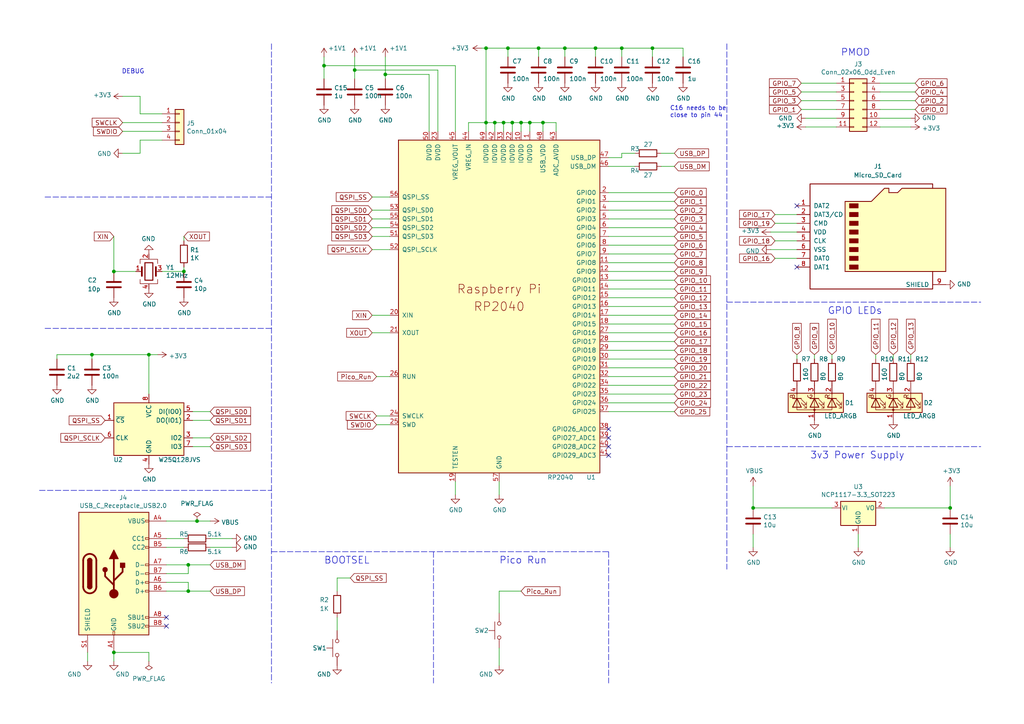
<source format=kicad_sch>
(kicad_sch (version 20211123) (generator eeschema)
  (paper "A4")
  (title_block (title "PMOD for Raspberry Pi RP2040") (date "2021-11-30") (rev "v0.1") (company "James Horton") (comment 1 "with an RP2040 Microcontroller.") (comment 2 "This board is designed for allowing the use of PMod modules") (comment 4 "Licensed Under CERN Open Hardware Licence Version 2 - Permissive"))
  (lib_symbols
    (symbol "Connector:Micro_SD_Card" (pin_names (offset 1.016))
      (property "Reference" "J" (at -16.51 15.24 0))
      (property "Value" "Micro_SD_Card" (at 16.51 15.24 0))
      (symbol "Micro_SD_Card_1_1"
        (pin bidirectional line (at -22.86 7.62 0) (length 3.81) (name "DAT2") (number "1"))
        (pin bidirectional line (at -22.86 5.08 0) (length 3.81) (name "DAT3/CD") (number "2"))
        (pin input line (at -22.86 2.54 0) (length 3.81) (name "CMD") (number "3"))
        (pin power_in line (at -22.86 0 0) (length 3.81) (name "VDD") (number "4"))
        (pin input line (at -22.86 -2.54 0) (length 3.81) (name "CLK") (number "5"))
        (pin power_in line (at -22.86 -5.08 0) (length 3.81) (name "VSS") (number "6"))
        (pin bidirectional line (at -22.86 -7.62 0) (length 3.81) (name "DAT0") (number "7"))
        (pin bidirectional line (at -22.86 -10.16 0) (length 3.81) (name "DAT1") (number "8"))
        (pin passive line (at 20.32 -15.24 180) (length 3.81) (name "SHIELD") (number "9"))
      )
    )
    (symbol "Connector:USB_C_Receptacle_USB2.0" (pin_names (offset 1.016))
      (property "Reference" "J" (at -10.16 19.05 0))
      (property "Value" "USB_C_Receptacle_USB2.0" (at 19.05 19.05 0))
      (symbol "USB_C_Receptacle_USB2.0_1_1"
        (pin passive line (at 0 -22.86 90) (length 5.08) (name "GND") (number "A1"))
        (pin passive line (at 0 -22.86 90) (length 5.08) hide (name "GND") (number "A12"))
        (pin passive line (at 15.24 15.24 180) (length 5.08) (name "VBUS") (number "A4"))
        (pin bidirectional line (at 15.24 10.16 180) (length 5.08) (name "CC1") (number "A5"))
        (pin bidirectional line (at 15.24 -2.54 180) (length 5.08) (name "D+") (number "A6"))
        (pin bidirectional line (at 15.24 2.54 180) (length 5.08) (name "D-") (number "A7"))
        (pin bidirectional line (at 15.24 -12.7 180) (length 5.08) (name "SBU1") (number "A8"))
        (pin passive line (at 15.24 15.24 180) (length 5.08) hide (name "VBUS") (number "A9"))
        (pin passive line (at 0 -22.86 90) (length 5.08) hide (name "GND") (number "B1"))
        (pin passive line (at 0 -22.86 90) (length 5.08) hide (name "GND") (number "B12"))
        (pin passive line (at 15.24 15.24 180) (length 5.08) hide (name "VBUS") (number "B4"))
        (pin bidirectional line (at 15.24 7.62 180) (length 5.08) (name "CC2") (number "B5"))
        (pin bidirectional line (at 15.24 -5.08 180) (length 5.08) (name "D+") (number "B6"))
        (pin bidirectional line (at 15.24 0 180) (length 5.08) (name "D-") (number "B7"))
        (pin bidirectional line (at 15.24 -15.24 180) (length 5.08) (name "SBU2") (number "B8"))
        (pin passive line (at 15.24 15.24 180) (length 5.08) hide (name "VBUS") (number "B9"))
        (pin passive line (at -7.62 -22.86 90) (length 5.08) (name "SHIELD") (number "S1"))
      )
    )
    (symbol "Connector_Generic:Conn_01x04" (pin_names (offset 1.016) hide)
      (property "Reference" "J" (at 0 5.08 0))
      (property "Value" "Conn_01x04" (at 0 -7.62 0))
      (symbol "Conn_01x04_1_1"
        (pin passive line (at -5.08 2.54 0) (length 3.81) (name "Pin_1") (number "1"))
        (pin passive line (at -5.08 0 0) (length 3.81) (name "Pin_2") (number "2"))
        (pin passive line (at -5.08 -2.54 0) (length 3.81) (name "Pin_3") (number "3"))
        (pin passive line (at -5.08 -5.08 0) (length 3.81) (name "Pin_4") (number "4"))
      )
    )
    (symbol "Connector_Generic:Conn_02x06_Odd_Even" (pin_names (offset 1.016) hide)
      (property "Reference" "J" (at 1.27 7.62 0))
      (property "Value" "Conn_02x06_Odd_Even" (at 1.27 -10.16 0))
      (symbol "Conn_02x06_Odd_Even_1_1"
        (pin passive line (at -5.08 5.08 0) (length 3.81) (name "Pin_1") (number "1"))
        (pin passive line (at 7.62 -5.08 180) (length 3.81) (name "Pin_10") (number "10"))
        (pin passive line (at -5.08 -7.62 0) (length 3.81) (name "Pin_11") (number "11"))
        (pin passive line (at 7.62 -7.62 180) (length 3.81) (name "Pin_12") (number "12"))
        (pin passive line (at 7.62 5.08 180) (length 3.81) (name "Pin_2") (number "2"))
        (pin passive line (at -5.08 2.54 0) (length 3.81) (name "Pin_3") (number "3"))
        (pin passive line (at 7.62 2.54 180) (length 3.81) (name "Pin_4") (number "4"))
        (pin passive line (at -5.08 0 0) (length 3.81) (name "Pin_5") (number "5"))
        (pin passive line (at 7.62 0 180) (length 3.81) (name "Pin_6") (number "6"))
        (pin passive line (at -5.08 -2.54 0) (length 3.81) (name "Pin_7") (number "7"))
        (pin passive line (at 7.62 -2.54 180) (length 3.81) (name "Pin_8") (number "8"))
        (pin passive line (at -5.08 -5.08 0) (length 3.81) (name "Pin_9") (number "9"))
      )
    )
    (symbol "Device:C" (pin_numbers hide) (pin_names (offset 0.254))
      (property "Reference" "C" (at 0.635 2.54 0))
      (property "Value" "C" (at 0.635 -2.54 0))
      (symbol "C_1_1"
        (pin passive line (at 0 3.81 270) (length 2.794) (name "~") (number "1"))
        (pin passive line (at 0 -3.81 90) (length 2.794) (name "~") (number "2"))
      )
    )
    (symbol "Device:Crystal_GND24" (pin_names (offset 1.016) hide)
      (property "Reference" "Y" (at 3.175 5.08 0))
      (property "Value" "Crystal_GND24" (at 3.175 3.175 0))
      (symbol "Crystal_GND24_1_1"
        (pin passive line (at -3.81 0 0) (length 1.27) (name "1") (number "1"))
        (pin passive line (at 0 5.08 270) (length 1.27) (name "2") (number "2"))
        (pin passive line (at 3.81 0 180) (length 1.27) (name "3") (number "3"))
        (pin passive line (at 0 -5.08 90) (length 1.27) (name "4") (number "4"))
      )
    )
    (symbol "Device:LED_ARGB" (pin_names (offset 0) hide)
      (property "Reference" "D" (at 0 9.398 0))
      (property "Value" "LED_ARGB" (at 0 -8.89 0))
      (symbol "LED_ARGB_0_0"
        (text "B" (at -1.905 -6.35 0) (effects (font (size 1.27 1.27))))
        (text "G" (at -1.905 -1.27 0) (effects (font (size 1.27 1.27))))
        (text "R" (at -1.905 3.81 0) (effects (font (size 1.27 1.27))))
      )
      (symbol "LED_ARGB_1_1"
        (pin passive line (at 5.08 0 180) (length 2.54) (name "A") (number "1"))
        (pin passive line (at -5.08 5.08 0) (length 2.54) (name "RK") (number "2"))
        (pin passive line (at -5.08 0 0) (length 2.54) (name "GK") (number "3"))
        (pin passive line (at -5.08 -5.08 0) (length 2.54) (name "BK") (number "4"))
      )
    )
    (symbol "Device:R" (pin_numbers hide) (pin_names (offset 0))
      (property "Reference" "R" (at 2.032 0 90))
      (property "Value" "R" (at 0 0 90))
      (symbol "R_1_1"
        (pin passive line (at 0 3.81 270) (length 1.27) (name "~") (number "1"))
        (pin passive line (at 0 -3.81 90) (length 1.27) (name "~") (number "2"))
      )
    )
    (symbol "GND_1" (power) (pin_names (offset 0))
      (property "Value" "GND_1" (at 0 -3.81 0))
      (symbol "GND_1_1_1"
        (pin power_in line (at 0 0 270) (length 0) hide (name "GND") (number "1"))
      )
    )
    (symbol "Memory_Flash:W25Q128JVS"
      (property "Reference" "U" (at -8.89 8.89 0))
      (property "Value" "W25Q128JVS" (at 7.62 8.89 0))
      (symbol "W25Q128JVS_1_1"
        (pin input line (at -12.7 2.54 0) (length 2.54) (name "~{CS}") (number "1"))
        (pin bidirectional line (at 12.7 2.54 180) (length 2.54) (name "DO(IO1)") (number "2"))
        (pin bidirectional line (at 12.7 -2.54 180) (length 2.54) (name "IO2") (number "3"))
        (pin power_in line (at 0 -10.16 90) (length 2.54) (name "GND") (number "4"))
        (pin bidirectional line (at 12.7 5.08 180) (length 2.54) (name "DI(IO0)") (number "5"))
        (pin input line (at -12.7 -2.54 0) (length 2.54) (name "CLK") (number "6"))
        (pin bidirectional line (at 12.7 -5.08 180) (length 2.54) (name "IO3") (number "7"))
        (pin power_in line (at 0 10.16 270) (length 2.54) (name "VCC") (number "8"))
      )
    )
    (symbol "RaspberryPi:RP2040" (pin_names (offset 1.016))
      (property "Reference" "U" (at -29.21 49.53 0))
      (property "Value" "RaspberryPi_RP2040" (at 24.13 -49.53 0))
      (symbol "RP2040_0_0"
        (text "Raspberry Pi" (at 0 5.08 0) (effects (font (size 2.54 2.54))))
        (text "RP2040" (at 0 0 0) (effects (font (size 2.54 2.54))))
      )
      (symbol "RP2040_1_1"
        (pin power_in line (at 8.89 50.8 270) (length 2.54) (name "IOVDD") (number "1"))
        (pin power_in line (at 6.35 50.8 270) (length 2.54) (name "IOVDD") (number "10"))
        (pin bidirectional line (at 31.75 12.7 180) (length 2.54) (name "GPIO8") (number "11"))
        (pin bidirectional line (at 31.75 10.16 180) (length 2.54) (name "GPIO9") (number "12"))
        (pin bidirectional line (at 31.75 7.62 180) (length 2.54) (name "GPIO10") (number "13"))
        (pin bidirectional line (at 31.75 5.08 180) (length 2.54) (name "GPIO11") (number "14"))
        (pin bidirectional line (at 31.75 2.54 180) (length 2.54) (name "GPIO12") (number "15"))
        (pin bidirectional line (at 31.75 0 180) (length 2.54) (name "GPIO13") (number "16"))
        (pin bidirectional line (at 31.75 -2.54 180) (length 2.54) (name "GPIO14") (number "17"))
        (pin bidirectional line (at 31.75 -5.08 180) (length 2.54) (name "GPIO15") (number "18"))
        (pin passive line (at -12.7 -50.8 90) (length 2.54) (name "TESTEN") (number "19"))
        (pin bidirectional line (at 31.75 33.02 180) (length 2.54) (name "GPIO0") (number "2"))
        (pin input line (at -31.75 -2.54 0) (length 2.54) (name "XIN") (number "20"))
        (pin passive line (at -31.75 -7.62 0) (length 2.54) (name "XOUT") (number "21"))
        (pin power_in line (at 3.81 50.8 270) (length 2.54) (name "IOVDD") (number "22"))
        (pin power_in line (at -17.78 50.8 270) (length 2.54) (name "DVDD") (number "23"))
        (pin output line (at -31.75 -31.75 0) (length 2.54) (name "SWCLK") (number "24"))
        (pin bidirectional line (at -31.75 -34.29 0) (length 2.54) (name "SWD") (number "25"))
        (pin input line (at -31.75 -20.32 0) (length 2.54) (name "RUN") (number "26"))
        (pin bidirectional line (at 31.75 -7.62 180) (length 2.54) (name "GPIO16") (number "27"))
        (pin bidirectional line (at 31.75 -10.16 180) (length 2.54) (name "GPIO17") (number "28"))
        (pin bidirectional line (at 31.75 -12.7 180) (length 2.54) (name "GPIO18") (number "29"))
        (pin bidirectional line (at 31.75 30.48 180) (length 2.54) (name "GPIO1") (number "3"))
        (pin bidirectional line (at 31.75 -15.24 180) (length 2.54) (name "GPIO19") (number "30"))
        (pin bidirectional line (at 31.75 -17.78 180) (length 2.54) (name "GPIO20") (number "31"))
        (pin bidirectional line (at 31.75 -20.32 180) (length 2.54) (name "GPIO21") (number "32"))
        (pin power_in line (at 1.27 50.8 270) (length 2.54) (name "IOVDD") (number "33"))
        (pin bidirectional line (at 31.75 -22.86 180) (length 2.54) (name "GPIO22") (number "34"))
        (pin bidirectional line (at 31.75 -25.4 180) (length 2.54) (name "GPIO23") (number "35"))
        (pin bidirectional line (at 31.75 -27.94 180) (length 2.54) (name "GPIO24") (number "36"))
        (pin bidirectional line (at 31.75 -30.48 180) (length 2.54) (name "GPIO25") (number "37"))
        (pin bidirectional line (at 31.75 -35.56 180) (length 2.54) (name "GPIO26_ADC0") (number "38"))
        (pin bidirectional line (at 31.75 -38.1 180) (length 2.54) (name "GPIO27_ADC1") (number "39"))
        (pin bidirectional line (at 31.75 27.94 180) (length 2.54) (name "GPIO2") (number "4"))
        (pin bidirectional line (at 31.75 -40.64 180) (length 2.54) (name "GPIO28_ADC2") (number "40"))
        (pin bidirectional line (at 31.75 -43.18 180) (length 2.54) (name "GPIO29_ADC3") (number "41"))
        (pin power_in line (at -1.27 50.8 270) (length 2.54) (name "IOVDD") (number "42"))
        (pin power_in line (at 16.51 50.8 270) (length 2.54) (name "ADC_AVDD") (number "43"))
        (pin power_in line (at -8.89 50.8 270) (length 2.54) (name "VREG_IN") (number "44"))
        (pin power_out line (at -12.7 50.8 270) (length 2.54) (name "VREG_VOUT") (number "45"))
        (pin bidirectional line (at 31.75 40.64 180) (length 2.54) (name "USB_DM") (number "46"))
        (pin bidirectional line (at 31.75 43.18 180) (length 2.54) (name "USB_DP") (number "47"))
        (pin power_in line (at 12.7 50.8 270) (length 2.54) (name "USB_VDD") (number "48"))
        (pin power_in line (at -3.81 50.8 270) (length 2.54) (name "IOVDD") (number "49"))
        (pin bidirectional line (at 31.75 25.4 180) (length 2.54) (name "GPIO3") (number "5"))
        (pin power_in line (at -20.32 50.8 270) (length 2.54) (name "DVDD") (number "50"))
        (pin bidirectional line (at -31.75 20.32 0) (length 2.54) (name "QSPI_SD3") (number "51"))
        (pin output line (at -31.75 16.51 0) (length 2.54) (name "QSPI_SCLK") (number "52"))
        (pin bidirectional line (at -31.75 27.94 0) (length 2.54) (name "QSPI_SD0") (number "53"))
        (pin bidirectional line (at -31.75 22.86 0) (length 2.54) (name "QSPI_SD2") (number "54"))
        (pin bidirectional line (at -31.75 25.4 0) (length 2.54) (name "QSPI_SD1") (number "55"))
        (pin bidirectional line (at -31.75 31.75 0) (length 2.54) (name "QSPI_SS") (number "56"))
        (pin power_in line (at 0 -50.8 90) (length 2.54) (name "GND") (number "57"))
        (pin bidirectional line (at 31.75 22.86 180) (length 2.54) (name "GPIO4") (number "6"))
        (pin bidirectional line (at 31.75 20.32 180) (length 2.54) (name "GPIO5") (number "7"))
        (pin bidirectional line (at 31.75 17.78 180) (length 2.54) (name "GPIO6") (number "8"))
        (pin bidirectional line (at 31.75 15.24 180) (length 2.54) (name "GPIO7") (number "9"))
      )
    )
    (symbol "Regulator_Linear:NCP1117-3.3_SOT223" (pin_names (offset 0.254))
      (property "Reference" "U" (at -3.81 3.175 0))
      (property "Value" "NCP1117-3.3_SOT223" (at 0 3.175 0))
      (symbol "NCP1117-3.3_SOT223_1_1"
        (pin power_in line (at 0 -7.62 90) (length 2.54) (name "GND") (number "1"))
        (pin power_out line (at 7.62 0 180) (length 2.54) (name "VO") (number "2"))
        (pin power_in line (at -7.62 0 0) (length 2.54) (name "VI") (number "3"))
      )
    )
    (symbol "Switch:SW_Push" (pin_numbers hide) (pin_names (offset 1.016) hide)
      (property "Reference" "SW" (at 1.27 2.54 0))
      (property "Value" "SW_Push" (at 0 -1.524 0))
      (symbol "SW_Push_0_1"
        (pin passive line (at -5.08 0 0) (length 2.54) (name "1") (number "1"))
        (pin passive line (at 5.08 0 180) (length 2.54) (name "2") (number "2"))
      )
    )
    (symbol "power:+1V1" (power) (pin_names (offset 0))
      (property "Value" "+1V1" (at 0 3.556 0))
      (symbol "+1V1_1_1"
        (pin power_in line (at 0 0 90) (length 0) hide (name "+1V1") (number "1"))
      )
    )
    (symbol "power:+3V3" (power) (pin_names (offset 0))
      (property "Value" "+3V3" (at 0 3.556 0))
      (symbol "+3V3_1_1"
        (pin power_in line (at 0 0 90) (length 0) hide (name "+3V3") (number "1"))
      )
    )
    (symbol "power:GND" (power) (pin_names (offset 0))
      (property "Value" "GND" (at 0 -3.81 0))
      (symbol "GND_1_1"
        (pin power_in line (at 0 0 270) (length 0) hide (name "GND") (number "1"))
      )
    )
    (symbol "power:PWR_FLAG" (power) (pin_numbers hide) (pin_names (offset 0) hide)
      (property "Value" "PWR_FLAG" (at 0 3.81 0))
      (symbol "PWR_FLAG_0_0"
        (pin power_out line (at 0 0 90) (length 0) (name "pwr") (number "1"))
      )
    )
    (symbol "power:VBUS" (power) (pin_names (offset 0))
      (property "Value" "VBUS" (at 0 3.81 0))
      (symbol "VBUS_1_1"
        (pin power_in line (at 0 0 90) (length 0) hide (name "VBUS") (number "1"))
      )
    )
  )
  (junction (at 102.87 20.32))
  (junction (at 157.48 35.56))
  (junction (at 43.18 102.87))
  (junction (at 275.59 147.32))
  (junction (at 180.34 13.97))
  (junction (at 140.97 13.97))
  (junction (at 148.59 35.56))
  (junction (at 172.72 13.97))
  (junction (at 218.44 147.32))
  (junction (at 146.05 35.56))
  (junction (at 54.61 171.45))
  (junction (at 53.34 78.74))
  (junction (at 143.51 35.56))
  (junction (at 33.02 78.74))
  (junction (at 57.15 151.13))
  (junction (at 26.67 102.87))
  (junction (at 140.97 35.56))
  (junction (at 156.21 13.97))
  (junction (at 189.23 13.97))
  (junction (at 151.13 35.56))
  (junction (at 147.32 13.97))
  (junction (at 111.76 21.59))
  (junction (at 153.67 35.56))
  (junction (at 163.83 13.97))
  (junction (at 54.61 163.83))
  (junction (at 93.98 19.05))
  (junction (at 33.02 189.23))
  (no_connect (at 231.14 77.47))
  (no_connect (at 176.53 132.08))
  (no_connect (at 176.53 129.54))
  (no_connect (at 48.26 179.07))
  (no_connect (at 231.14 59.69))
  (no_connect (at 48.26 181.61))
  (no_connect (at 176.53 127))
  (no_connect (at 176.53 124.46))
  (wire (pts (xy 242.57 24.13) (xy 232.41 24.13)))
  (wire (pts (xy 48.26 151.13) (xy 57.15 151.13)))
  (wire (pts (xy 35.56 35.56) (xy 46.99 35.56)))
  (wire (pts (xy 163.83 16.51) (xy 163.83 13.97)))
  (wire (pts (xy 259.08 102.87) (xy 259.08 104.14)))
  (wire (pts (xy 148.59 35.56) (xy 146.05 35.56)))
  (wire (pts (xy 275.59 140.97) (xy 275.59 147.32)))
  (wire (pts (xy 111.76 22.86) (xy 111.76 21.59)))
  (wire (pts (xy 157.48 38.1) (xy 157.48 35.56)))
  (wire (pts (xy 224.79 74.93) (xy 231.14 74.93)))
  (wire (pts (xy 195.58 68.58) (xy 176.53 68.58)))
  (wire (pts (xy 33.02 191.77) (xy 33.02 189.23)))
  (wire (pts (xy 153.67 35.56) (xy 151.13 35.56)))
  (wire (pts (xy 54.61 168.91) (xy 54.61 171.45)))
  (wire (pts (xy 195.58 81.28) (xy 176.53 81.28)))
  (wire (pts (xy 231.14 102.87) (xy 231.14 104.14)))
  (wire (pts (xy 113.03 57.15) (xy 107.95 57.15)))
  (wire (pts (xy 132.08 139.7) (xy 132.08 143.51)))
  (wire (pts (xy 195.58 76.2) (xy 176.53 76.2)))
  (wire (pts (xy 135.89 35.56) (xy 140.97 35.56)))
  (wire (pts (xy 195.58 58.42) (xy 176.53 58.42)))
  (wire (pts (xy 46.99 33.02) (xy 40.64 33.02)))
  (polyline (pts (xy 176.53 160.02) (xy 176.53 198.12)))
  (wire (pts (xy 161.29 35.56) (xy 157.48 35.56)))
  (wire (pts (xy 256.54 147.32) (xy 275.59 147.32)))
  (wire (pts (xy 176.53 99.06) (xy 195.58 99.06)))
  (wire (pts (xy 111.76 16.51) (xy 111.76 21.59)))
  (wire (pts (xy 176.53 55.88) (xy 195.58 55.88)))
  (wire (pts (xy 176.53 45.72) (xy 180.34 45.72)))
  (polyline (pts (xy 78.74 12.7) (xy 78.74 198.12)))
  (polyline (pts (xy 210.82 12.7) (xy 210.82 165.1)))
  (wire (pts (xy 60.96 171.45) (xy 54.61 171.45)))
  (wire (pts (xy 25.4 191.77) (xy 25.4 189.23)))
  (wire (pts (xy 113.03 63.5) (xy 107.95 63.5)))
  (wire (pts (xy 195.58 44.45) (xy 191.77 44.45)))
  (wire (pts (xy 176.53 66.04) (xy 195.58 66.04)))
  (wire (pts (xy 45.72 102.87) (xy 43.18 102.87)))
  (wire (pts (xy 147.32 16.51) (xy 147.32 13.97)))
  (wire (pts (xy 139.7 13.97) (xy 140.97 13.97)))
  (wire (pts (xy 233.68 34.29) (xy 242.57 34.29)))
  (wire (pts (xy 195.58 109.22) (xy 176.53 109.22)))
  (wire (pts (xy 156.21 13.97) (xy 163.83 13.97)))
  (wire (pts (xy 153.67 38.1) (xy 153.67 35.56)))
  (wire (pts (xy 264.16 34.29) (xy 255.27 34.29)))
  (wire (pts (xy 143.51 38.1) (xy 143.51 35.56)))
  (wire (pts (xy 151.13 38.1) (xy 151.13 35.56)))
  (polyline (pts (xy 78.74 95.25) (xy 12.7 95.25)))
  (wire (pts (xy 107.95 66.04) (xy 113.03 66.04)))
  (wire (pts (xy 124.46 21.59) (xy 111.76 21.59)))
  (wire (pts (xy 255.27 29.21) (xy 265.43 29.21)))
  (wire (pts (xy 176.53 114.3) (xy 195.58 114.3)))
  (wire (pts (xy 176.53 104.14) (xy 195.58 104.14)))
  (wire (pts (xy 224.79 69.85) (xy 231.14 69.85)))
  (wire (pts (xy 48.26 163.83) (xy 54.61 163.83)))
  (wire (pts (xy 109.22 109.22) (xy 113.03 109.22)))
  (wire (pts (xy 43.18 102.87) (xy 26.67 102.87)))
  (wire (pts (xy 26.67 102.87) (xy 26.67 104.14)))
  (wire (pts (xy 172.72 13.97) (xy 172.72 16.51)))
  (wire (pts (xy 109.22 120.65) (xy 113.03 120.65)))
  (wire (pts (xy 67.31 156.21) (xy 60.96 156.21)))
  (wire (pts (xy 255.27 31.75) (xy 265.43 31.75)))
  (wire (pts (xy 161.29 38.1) (xy 161.29 35.56)))
  (wire (pts (xy 48.26 166.37) (xy 54.61 166.37)))
  (wire (pts (xy 176.53 83.82) (xy 195.58 83.82)))
  (wire (pts (xy 156.21 13.97) (xy 156.21 16.51)))
  (wire (pts (xy 248.92 158.75) (xy 248.92 154.94)))
  (wire (pts (xy 113.03 123.19) (xy 109.22 123.19)))
  (wire (pts (xy 43.18 189.23) (xy 33.02 189.23)))
  (wire (pts (xy 124.46 38.1) (xy 124.46 21.59)))
  (wire (pts (xy 223.52 67.31) (xy 231.14 67.31)))
  (wire (pts (xy 176.53 73.66) (xy 195.58 73.66)))
  (wire (pts (xy 218.44 147.32) (xy 241.3 147.32)))
  (wire (pts (xy 242.57 29.21) (xy 232.41 29.21)))
  (wire (pts (xy 53.34 68.58) (xy 53.34 69.85)))
  (wire (pts (xy 198.12 16.51) (xy 198.12 13.97)))
  (polyline (pts (xy 78.74 160.02) (xy 176.53 160.02)))
  (wire (pts (xy 223.52 72.39) (xy 231.14 72.39)))
  (wire (pts (xy 93.98 19.05) (xy 132.08 19.05)))
  (wire (pts (xy 46.99 78.74) (xy 53.34 78.74)))
  (wire (pts (xy 53.34 158.75) (xy 48.26 158.75)))
  (polyline (pts (xy 210.82 87.63) (xy 284.48 87.63)))
  (wire (pts (xy 16.51 102.87) (xy 16.51 104.14)))
  (wire (pts (xy 180.34 45.72) (xy 180.34 44.45)))
  (wire (pts (xy 144.78 139.7) (xy 144.78 143.51)))
  (polyline (pts (xy 125.73 160.02) (xy 125.73 198.12)))
  (wire (pts (xy 195.58 101.6) (xy 176.53 101.6)))
  (wire (pts (xy 143.51 35.56) (xy 140.97 35.56)))
  (wire (pts (xy 176.53 88.9) (xy 195.58 88.9)))
  (wire (pts (xy 97.79 167.64) (xy 97.79 171.45)))
  (wire (pts (xy 46.99 38.1) (xy 35.56 38.1)))
  (wire (pts (xy 53.34 77.47) (xy 53.34 78.74)))
  (wire (pts (xy 218.44 140.97) (xy 218.44 147.32)))
  (wire (pts (xy 144.78 193.04) (xy 144.78 187.96)))
  (wire (pts (xy 172.72 13.97) (xy 180.34 13.97)))
  (wire (pts (xy 176.53 106.68) (xy 195.58 106.68)))
  (wire (pts (xy 60.96 127) (xy 55.88 127)))
  (wire (pts (xy 176.53 48.26) (xy 184.15 48.26)))
  (wire (pts (xy 232.41 26.67) (xy 242.57 26.67)))
  (wire (pts (xy 242.57 36.83) (xy 233.68 36.83)))
  (wire (pts (xy 48.26 156.21) (xy 53.34 156.21)))
  (wire (pts (xy 176.53 71.12) (xy 195.58 71.12)))
  (wire (pts (xy 102.87 22.86) (xy 102.87 20.32)))
  (wire (pts (xy 172.72 13.97) (xy 163.83 13.97)))
  (wire (pts (xy 35.56 44.45) (xy 40.64 44.45)))
  (wire (pts (xy 107.95 72.39) (xy 113.03 72.39)))
  (wire (pts (xy 40.64 44.45) (xy 40.64 40.64)))
  (polyline (pts (xy 210.82 129.54) (xy 284.48 129.54)))
  (wire (pts (xy 195.58 86.36) (xy 176.53 86.36)))
  (wire (pts (xy 275.59 154.94) (xy 275.59 158.75)))
  (wire (pts (xy 60.96 121.92) (xy 55.88 121.92)))
  (wire (pts (xy 146.05 35.56) (xy 143.51 35.56)))
  (wire (pts (xy 195.58 119.38) (xy 176.53 119.38)))
  (wire (pts (xy 195.58 91.44) (xy 176.53 91.44)))
  (wire (pts (xy 241.3 102.87) (xy 241.3 104.14)))
  (wire (pts (xy 54.61 171.45) (xy 48.26 171.45)))
  (wire (pts (xy 107.95 96.52) (xy 113.03 96.52)))
  (polyline (pts (xy 11.43 142.24) (xy 78.74 142.24)))
  (wire (pts (xy 107.95 60.96) (xy 113.03 60.96)))
  (wire (pts (xy 97.79 179.07) (xy 97.79 182.88)))
  (wire (pts (xy 55.88 129.54) (xy 60.96 129.54)))
  (wire (pts (xy 33.02 68.58) (xy 33.02 78.74)))
  (wire (pts (xy 54.61 163.83) (xy 60.96 163.83)))
  (wire (pts (xy 43.18 191.77) (xy 43.18 189.23)))
  (wire (pts (xy 127 38.1) (xy 127 20.32)))
  (wire (pts (xy 176.53 78.74) (xy 195.58 78.74)))
  (wire (pts (xy 67.31 158.75) (xy 60.96 158.75)))
  (wire (pts (xy 93.98 22.86) (xy 93.98 19.05)))
  (wire (pts (xy 102.87 16.51) (xy 102.87 20.32)))
  (wire (pts (xy 195.58 111.76) (xy 176.53 111.76)))
  (wire (pts (xy 156.21 13.97) (xy 147.32 13.97)))
  (wire (pts (xy 54.61 166.37) (xy 54.61 163.83)))
  (wire (pts (xy 151.13 35.56) (xy 148.59 35.56)))
  (wire (pts (xy 102.87 20.32) (xy 127 20.32)))
  (polyline (pts (xy 78.74 57.15) (xy 12.7 57.15)))
  (wire (pts (xy 224.79 64.77) (xy 231.14 64.77)))
  (wire (pts (xy 198.12 13.97) (xy 189.23 13.97)))
  (wire (pts (xy 176.53 63.5) (xy 195.58 63.5)))
  (wire (pts (xy 113.03 91.44) (xy 107.95 91.44)))
  (wire (pts (xy 232.41 31.75) (xy 242.57 31.75)))
  (wire (pts (xy 195.58 96.52) (xy 176.53 96.52)))
  (wire (pts (xy 135.89 38.1) (xy 135.89 35.56)))
  (wire (pts (xy 255.27 24.13) (xy 265.43 24.13)))
  (wire (pts (xy 176.53 93.98) (xy 195.58 93.98)))
  (wire (pts (xy 148.59 38.1) (xy 148.59 35.56)))
  (wire (pts (xy 189.23 13.97) (xy 189.23 16.51)))
  (wire (pts (xy 254 102.87) (xy 254 104.14)))
  (wire (pts (xy 146.05 38.1) (xy 146.05 35.56)))
  (wire (pts (xy 26.67 102.87) (xy 16.51 102.87)))
  (wire (pts (xy 176.53 116.84) (xy 195.58 116.84)))
  (wire (pts (xy 180.34 16.51) (xy 180.34 13.97)))
  (wire (pts (xy 57.15 151.13) (xy 60.96 151.13)))
  (wire (pts (xy 101.6 167.64) (xy 97.79 167.64)))
  (wire (pts (xy 255.27 26.67) (xy 265.43 26.67)))
  (wire (pts (xy 218.44 154.94) (xy 218.44 158.75)))
  (wire (pts (xy 140.97 35.56) (xy 140.97 13.97)))
  (wire (pts (xy 40.64 33.02) (xy 40.64 27.94)))
  (wire (pts (xy 255.27 36.83) (xy 264.16 36.83)))
  (wire (pts (xy 144.78 177.8) (xy 144.78 171.45)))
  (wire (pts (xy 236.22 102.87) (xy 236.22 104.14)))
  (wire (pts (xy 144.78 171.45) (xy 151.13 171.45)))
  (wire (pts (xy 48.26 168.91) (xy 54.61 168.91)))
  (wire (pts (xy 113.03 68.58) (xy 107.95 68.58)))
  (wire (pts (xy 264.16 102.87) (xy 264.16 104.14)))
  (wire (pts (xy 60.96 119.38) (xy 55.88 119.38)))
  (wire (pts (xy 191.77 48.26) (xy 195.58 48.26)))
  (wire (pts (xy 43.18 114.3) (xy 43.18 102.87)))
  (wire (pts (xy 132.08 19.05) (xy 132.08 38.1)))
  (wire (pts (xy 140.97 35.56) (xy 140.97 38.1)))
  (wire (pts (xy 180.34 44.45) (xy 184.15 44.45)))
  (wire (pts (xy 40.64 40.64) (xy 46.99 40.64)))
  (wire (pts (xy 157.48 35.56) (xy 153.67 35.56)))
  (wire (pts (xy 39.37 78.74) (xy 33.02 78.74)))
  (wire (pts (xy 224.79 62.23) (xy 231.14 62.23)))
  (wire (pts (xy 195.58 60.96) (xy 176.53 60.96)))
  (wire (pts (xy 189.23 13.97) (xy 180.34 13.97)))
  (wire (pts (xy 93.98 19.05) (xy 93.98 16.51)))
  (wire (pts (xy 40.64 27.94) (xy 35.56 27.94)))
  (wire (pts (xy 140.97 13.97) (xy 147.32 13.97)))
  (text "Pico Run" (at 144.78 163.83 0) (effects (font (size 2.0066 2.0066)) (justify left bottom)))
  (text "DEBUG" (at 41.91 21.59 180) (effects (font (size 1.2954 1.2954)) (justify right bottom)))
  (text "GPIO LEDs" (at 240.03 91.44 0) (effects (font (size 2.0066 2.0066)) (justify left bottom)))
  (text "3v3 Power Supply" (at 234.95 133.35 0) (effects (font (size 2.0066 2.0066)) (justify left bottom)))
  (text "PMOD" (at 243.84 16.51 0) (effects (font (size 2.0066 2.0066)) (justify left bottom)))
  (text "BOOTSEL" (at 93.98 163.83 0) (effects (font (size 2.0066 2.0066)) (justify left bottom)))
  (text "C16 needs to be \nclose to pin 44" (at 194.31 34.29 0) (effects (font (size 1.27 1.27)) (justify left bottom)))
  (global_label "QSPI_SD3" (shape input) (at 107.95 68.58 180) (effects (font (size 1.2954 1.2954))) (property "Intersheet References" "${INTERSHEET_REFS}" (effects hide)))
  (global_label "GPIO_9" (shape input) (at 236.22 102.87 90) (property "Intersheet References" "${INTERSHEET_REFS}" (effects hide)))
  (global_label "GPIO_1" (shape input) (at 195.58 58.42 0) (effects (font (size 1.2954 1.2954))) (property "Intersheet References" "${INTERSHEET_REFS}" (effects hide)))
  (global_label "QSPI_SCLK" (shape input) (at 30.48 127 180) (effects (font (size 1.2954 1.2954))) (property "Intersheet References" "${INTERSHEET_REFS}" (effects hide)))
  (global_label "GPIO_0" (shape input) (at 265.43 31.75 0) (effects (font (size 1.2954 1.2954))) (property "Intersheet References" "${INTERSHEET_REFS}" (effects hide)))
  (global_label "Pico_Run" (shape input) (at 109.22 109.22 180) (effects (font (size 1.2954 1.2954))) (property "Intersheet References" "${INTERSHEET_REFS}" (effects hide)))
  (global_label "SWCLK" (shape input) (at 35.56 35.56 180) (effects (font (size 1.2954 1.2954))) (property "Intersheet References" "${INTERSHEET_REFS}" (effects hide)))
  (global_label "GPIO_6" (shape input) (at 195.58 71.12 0) (effects (font (size 1.2954 1.2954))) (property "Intersheet References" "${INTERSHEET_REFS}" (effects hide)))
  (global_label "GPIO_4" (shape input) (at 265.43 26.67 0) (effects (font (size 1.2954 1.2954))) (property "Intersheet References" "${INTERSHEET_REFS}" (effects hide)))
  (global_label "QSPI_SCLK" (shape input) (at 107.95 72.39 180) (effects (font (size 1.2954 1.2954))) (property "Intersheet References" "${INTERSHEET_REFS}" (effects hide)))
  (global_label "GPIO_10" (shape input) (at 195.58 81.28 0) (effects (font (size 1.2954 1.2954))) (property "Intersheet References" "${INTERSHEET_REFS}" (effects hide)))
  (global_label "QSPI_SS" (shape input) (at 101.6 167.64 0) (effects (font (size 1.2954 1.2954))) (property "Intersheet References" "${INTERSHEET_REFS}" (effects hide)))
  (global_label "SWCLK" (shape input) (at 109.22 120.65 180) (effects (font (size 1.2954 1.2954))) (property "Intersheet References" "${INTERSHEET_REFS}" (effects hide)))
  (global_label "XOUT" (shape input) (at 53.34 68.58 0) (effects (font (size 1.2954 1.2954))) (property "Intersheet References" "${INTERSHEET_REFS}" (effects hide)))
  (global_label "GPIO_11" (shape input) (at 195.58 83.82 0) (effects (font (size 1.2954 1.2954))) (property "Intersheet References" "${INTERSHEET_REFS}" (effects hide)))
  (global_label "GPIO_3" (shape input) (at 232.41 29.21 180) (effects (font (size 1.2954 1.2954))) (property "Intersheet References" "${INTERSHEET_REFS}" (effects hide)))
  (global_label "GPIO_1" (shape input) (at 232.41 31.75 180) (effects (font (size 1.2954 1.2954))) (property "Intersheet References" "${INTERSHEET_REFS}" (effects hide)))
  (global_label "QSPI_SD1" (shape input) (at 107.95 63.5 180) (effects (font (size 1.2954 1.2954))) (property "Intersheet References" "${INTERSHEET_REFS}" (effects hide)))
  (global_label "GPIO_0" (shape input) (at 195.58 55.88 0) (effects (font (size 1.2954 1.2954))) (property "Intersheet References" "${INTERSHEET_REFS}" (effects hide)))
  (global_label "GPIO_16" (shape input) (at 195.58 96.52 0) (effects (font (size 1.2954 1.2954))) (property "Intersheet References" "${INTERSHEET_REFS}" (effects hide)))
  (global_label "GPIO_13" (shape input) (at 264.16 102.87 90) (property "Intersheet References" "${INTERSHEET_REFS}" (effects hide)))
  (global_label "GPIO_13" (shape input) (at 195.58 88.9 0) (effects (font (size 1.2954 1.2954))) (property "Intersheet References" "${INTERSHEET_REFS}" (effects hide)))
  (global_label "GPIO_23" (shape input) (at 195.58 114.3 0) (effects (font (size 1.2954 1.2954))) (property "Intersheet References" "${INTERSHEET_REFS}" (effects hide)))
  (global_label "GPIO_15" (shape input) (at 195.58 93.98 0) (effects (font (size 1.2954 1.2954))) (property "Intersheet References" "${INTERSHEET_REFS}" (effects hide)))
  (global_label "QSPI_SD2" (shape input) (at 60.96 127 0) (effects (font (size 1.2954 1.2954))) (property "Intersheet References" "${INTERSHEET_REFS}" (effects hide)))
  (global_label "QSPI_SD3" (shape input) (at 60.96 129.54 0) (effects (font (size 1.2954 1.2954))) (property "Intersheet References" "${INTERSHEET_REFS}" (effects hide)))
  (global_label "Pico_Run" (shape input) (at 151.13 171.45 0) (effects (font (size 1.2954 1.2954))) (property "Intersheet References" "${INTERSHEET_REFS}" (effects hide)))
  (global_label "GPIO_8" (shape input) (at 195.58 76.2 0) (effects (font (size 1.2954 1.2954))) (property "Intersheet References" "${INTERSHEET_REFS}" (effects hide)))
  (global_label "QSPI_SD0" (shape input) (at 60.96 119.38 0) (effects (font (size 1.2954 1.2954))) (property "Intersheet References" "${INTERSHEET_REFS}" (effects hide)))
  (global_label "QSPI_SS" (shape input) (at 107.95 57.15 180) (effects (font (size 1.2954 1.2954))) (property "Intersheet References" "${INTERSHEET_REFS}" (effects hide)))
  (global_label "GPIO_20" (shape input) (at 195.58 106.68 0) (effects (font (size 1.2954 1.2954))) (property "Intersheet References" "${INTERSHEET_REFS}" (effects hide)))
  (global_label "GPIO_9" (shape input) (at 195.58 78.74 0) (effects (font (size 1.2954 1.2954))) (property "Intersheet References" "${INTERSHEET_REFS}" (effects hide)))
  (global_label "GPIO_2" (shape input) (at 265.43 29.21 0) (effects (font (size 1.2954 1.2954))) (property "Intersheet References" "${INTERSHEET_REFS}" (effects hide)))
  (global_label "QSPI_SD0" (shape input) (at 107.95 60.96 180) (effects (font (size 1.2954 1.2954))) (property "Intersheet References" "${INTERSHEET_REFS}" (effects hide)))
  (global_label "GPIO_22" (shape input) (at 195.58 111.76 0) (effects (font (size 1.2954 1.2954))) (property "Intersheet References" "${INTERSHEET_REFS}" (effects hide)))
  (global_label "GPIO_21" (shape input) (at 195.58 109.22 0) (effects (font (size 1.2954 1.2954))) (property "Intersheet References" "${INTERSHEET_REFS}" (effects hide)))
  (global_label "GPIO_19" (shape input) (at 195.58 104.14 0) (effects (font (size 1.2954 1.2954))) (property "Intersheet References" "${INTERSHEET_REFS}" (effects hide)))
  (global_label "GPIO_18" (shape input) (at 224.79 69.85 180) (property "Intersheet References" "${INTERSHEET_REFS}" (effects hide)))
  (global_label "GPIO_5" (shape input) (at 195.58 68.58 0) (effects (font (size 1.2954 1.2954))) (property "Intersheet References" "${INTERSHEET_REFS}" (effects hide)))
  (global_label "USB_DP" (shape input) (at 60.96 171.45 0) (effects (font (size 1.2954 1.2954))) (property "Intersheet References" "${INTERSHEET_REFS}" (effects hide)))
  (global_label "XIN" (shape input) (at 107.95 91.44 180) (effects (font (size 1.2954 1.2954))) (property "Intersheet References" "${INTERSHEET_REFS}" (effects hide)))
  (global_label "XIN" (shape input) (at 33.02 68.58 180) (effects (font (size 1.2954 1.2954))) (property "Intersheet References" "${INTERSHEET_REFS}" (effects hide)))
  (global_label "GPIO_25" (shape input) (at 195.58 119.38 0) (property "Intersheet References" "${INTERSHEET_REFS}" (effects hide)))
  (global_label "GPIO_17" (shape input) (at 195.58 99.06 0) (effects (font (size 1.2954 1.2954))) (property "Intersheet References" "${INTERSHEET_REFS}" (effects hide)))
  (global_label "SWDIO" (shape input) (at 35.56 38.1 180) (effects (font (size 1.2954 1.2954))) (property "Intersheet References" "${INTERSHEET_REFS}" (effects hide)))
  (global_label "GPIO_7" (shape input) (at 195.58 73.66 0) (effects (font (size 1.2954 1.2954))) (property "Intersheet References" "${INTERSHEET_REFS}" (effects hide)))
  (global_label "GPIO_10" (shape input) (at 241.3 102.87 90) (property "Intersheet References" "${INTERSHEET_REFS}" (effects hide)))
  (global_label "SWDIO" (shape input) (at 109.22 123.19 180) (effects (font (size 1.2954 1.2954))) (property "Intersheet References" "${INTERSHEET_REFS}" (effects hide)))
  (global_label "GPIO_19" (shape input) (at 224.79 64.77 180) (property "Intersheet References" "${INTERSHEET_REFS}" (effects hide)))
  (global_label "GPIO_17" (shape input) (at 224.79 62.23 180) (property "Intersheet References" "${INTERSHEET_REFS}" (effects hide)))
  (global_label "GPIO_5" (shape input) (at 232.41 26.67 180) (effects (font (size 1.2954 1.2954))) (property "Intersheet References" "${INTERSHEET_REFS}" (effects hide)))
  (global_label "GPIO_24" (shape input) (at 195.58 116.84 0) (effects (font (size 1.2954 1.2954))) (property "Intersheet References" "${INTERSHEET_REFS}" (effects hide)))
  (global_label "QSPI_SD1" (shape input) (at 60.96 121.92 0) (effects (font (size 1.2954 1.2954))) (property "Intersheet References" "${INTERSHEET_REFS}" (effects hide)))
  (global_label "GPIO_14" (shape input) (at 195.58 91.44 0) (effects (font (size 1.2954 1.2954))) (property "Intersheet References" "${INTERSHEET_REFS}" (effects hide)))
  (global_label "QSPI_SD2" (shape input) (at 107.95 66.04 180) (effects (font (size 1.2954 1.2954))) (property "Intersheet References" "${INTERSHEET_REFS}" (effects hide)))
  (global_label "GPIO_12" (shape input) (at 195.58 86.36 0) (effects (font (size 1.2954 1.2954))) (property "Intersheet References" "${INTERSHEET_REFS}" (effects hide)))
  (global_label "GPIO_3" (shape input) (at 195.58 63.5 0) (effects (font (size 1.2954 1.2954))) (property "Intersheet References" "${INTERSHEET_REFS}" (effects hide)))
  (global_label "GPIO_4" (shape input) (at 195.58 66.04 0) (effects (font (size 1.2954 1.2954))) (property "Intersheet References" "${INTERSHEET_REFS}" (effects hide)))
  (global_label "GPIO_12" (shape input) (at 259.08 102.87 90) (property "Intersheet References" "${INTERSHEET_REFS}" (effects hide)))
  (global_label "GPIO_8" (shape input) (at 231.14 102.87 90) (property "Intersheet References" "${INTERSHEET_REFS}" (effects hide)))
  (global_label "XOUT" (shape input) (at 107.95 96.52 180) (effects (font (size 1.2954 1.2954))) (property "Intersheet References" "${INTERSHEET_REFS}" (effects hide)))
  (global_label "GPIO_11" (shape input) (at 254 102.87 90) (property "Intersheet References" "${INTERSHEET_REFS}" (effects hide)))
  (global_label "GPIO_6" (shape input) (at 265.43 24.13 0) (effects (font (size 1.2954 1.2954))) (property "Intersheet References" "${INTERSHEET_REFS}" (effects hide)))
  (global_label "GPIO_2" (shape input) (at 195.58 60.96 0) (effects (font (size 1.2954 1.2954))) (property "Intersheet References" "${INTERSHEET_REFS}" (effects hide)))
  (global_label "GPIO_16" (shape input) (at 224.79 74.93 180) (property "Intersheet References" "${INTERSHEET_REFS}" (effects hide)))
  (global_label "USB_DM" (shape input) (at 60.96 163.83 0) (effects (font (size 1.2954 1.2954))) (property "Intersheet References" "${INTERSHEET_REFS}" (effects hide)))
  (global_label "GPIO_18" (shape input) (at 195.58 101.6 0) (effects (font (size 1.2954 1.2954))) (property "Intersheet References" "${INTERSHEET_REFS}" (effects hide)))
  (global_label "USB_DP" (shape input) (at 195.58 44.45 0) (effects (font (size 1.2954 1.2954))) (property "Intersheet References" "${INTERSHEET_REFS}" (effects hide)))
  (global_label "QSPI_SS" (shape input) (at 30.48 121.92 180) (effects (font (size 1.2954 1.2954))) (property "Intersheet References" "${INTERSHEET_REFS}" (effects hide)))
  (global_label "GPIO_7" (shape input) (at 232.41 24.13 180) (effects (font (size 1.2954 1.2954))) (property "Intersheet References" "${INTERSHEET_REFS}" (effects hide)))
  (global_label "USB_DM" (shape input) (at 195.58 48.26 0) (effects (font (size 1.2954 1.2954))) (property "Intersheet References" "${INTERSHEET_REFS}" (effects hide)))
  (symbol (lib_id "RaspberryPi:RP2040") (at 144.78 88.9 0) (unit 1)
    (property "Reference" "U1" (at 171.45 138.43 0))
    (property "Value" "RP2040" (at 162.56 138.43 0))
    (property "Footprint" "RaspberryPi:RP2040-QFN-56" (effects hide))
  )
  (symbol (lib_id "Connector_Generic:Conn_02x06_Odd_Even") (at 247.65 29.21 0) (unit 1)
    (property "Reference" "J3" (at 248.92 18.6182 0))
    (property "Value" "Conn_02x06_Odd_Even" (at 248.92 20.9296 0))
    (property "Footprint" "Connector_PinHeader_2.54mm:PinHeader_2x06_P2.54mm_Vertical" (effects hide))
  )
  (symbol (lib_id "power:GND") (at 233.68 34.29 270) (unit 1)
    (property "Reference" "#PWR0104" (effects hide))
    (property "Value" "GND" (at 229.87 34.29 90) (effects (justify right)))
  )
  (symbol (lib_id "power:GND") (at 264.16 34.29 90) (unit 1)
    (property "Reference" "#PWR0101" (effects hide))
    (property "Value" "GND" (at 267.4112 34.163 90) (effects (justify right)))
  )
  (symbol (lib_id "power:+3V3") (at 264.16 36.83 270) (unit 1)
    (property "Reference" "#PWR0102" (effects hide))
    (property "Value" "+3V3" (at 267.4112 37.211 90) (effects (justify left)))
  )
  (symbol (lib_id "power:+3V3") (at 233.68 36.83 90) (unit 1)
    (property "Reference" "#PWR0103" (effects hide))
    (property "Value" "+3V3" (at 230.4288 36.449 90) (effects (justify left)))
  )
  (symbol (lib_id "power:GND") (at 144.78 143.51 0) (unit 1)
    (property "Reference" "#PWR0113" (effects hide))
    (property "Value" "GND" (at 144.907 147.9042 0))
  )
  (symbol (lib_id "Switch:SW_Push") (at 97.79 187.96 90) (unit 1)
    (property "Reference" "SW1" (at 92.71 187.96 90))
    (property "Value" "PTS815 SJK 250 SMTR LFS" (effects hide))
    (property "Footprint" "jjh:PTS815SJK250SMTRLFS" (effects hide))
  )
  (symbol (lib_id "Switch:SW_Push") (at 144.78 182.88 90) (unit 1)
    (property "Reference" "SW2" (at 139.7 182.88 90))
    (property "Value" "PTS815 SJK 250 SMTR LFS" (effects hide))
    (property "Footprint" "jjh:PTS815SJK250SMTRLFS" (effects hide))
  )
  (symbol (lib_id "power:GND") (at 97.79 193.04 0) (unit 1)
    (property "Reference" "#PWR0114" (effects hide))
    (property "Value" "GND" (at 93.98 195.58 0))
  )
  (symbol (lib_id "Device:R") (at 97.79 175.26 0) (unit 1)
    (property "Reference" "R2" (at 92.71 173.99 0) (effects (justify left)))
    (property "Value" "1K" (at 92.71 176.53 0) (effects (justify left)))
    (property "Footprint" "Resistor_SMD:R_0603_1608Metric" (effects hide))
  )
  (symbol (lib_id "power:GND") (at 144.78 193.04 0) (unit 1)
    (property "Reference" "#PWR0115" (effects hide))
    (property "Value" "GND" (at 140.97 195.58 0))
  )
  (symbol (lib_id "Connector:USB_C_Receptacle_USB2.0") (at 33.02 166.37 0) (unit 1)
    (property "Reference" "J4" (at 35.7378 144.3482 0))
    (property "Value" "USB_C_Receptacle_USB2.0" (at 35.7378 146.6596 0))
    (property "Footprint" "jjh:USB-C-PCB" (effects hide))
    (property "Datasheet" "https://www.usb.org/sites/default/files/documents/usb_type-c.zip" (effects hide))
  )
  (symbol (lib_id "Memory_Flash:W25Q128JVS") (at 43.18 124.46 0) (unit 1)
    (property "Reference" "U2" (at 34.29 133.35 0))
    (property "Value" "W25Q128JVS" (at 52.07 133.35 0))
    (property "Footprint" "Package_SO:SOIC-8_5.23x5.23mm_P1.27mm" (effects hide))
    (property "Datasheet" "http://www.winbond.com/resource-files/w25q128jv_dtr%20revc%2003272018%20plus.pdf" (effects hide))
  )
  (symbol (lib_id "power:GND") (at 33.02 191.77 0) (unit 1)
    (property "Reference" "#PWR0116" (effects hide))
    (property "Value" "GND" (at 35.56 195.58 0))
  )
  (symbol (lib_id "power:GND") (at 25.4 191.77 0) (unit 1)
    (property "Reference" "#PWR0117" (effects hide))
    (property "Value" "GND" (at 21.59 195.58 0))
  )
  (symbol (lib_id "Device:Crystal_GND24") (at 43.18 78.74 0) (unit 1)
    (property "Reference" "Y1" (at 48.1076 77.5716 0) (effects (justify left)))
    (property "Value" "12MHz" (at 48.1076 79.883 0) (effects (justify left)))
    (property "Footprint" "Crystal:Crystal_SMD_SeikoEpson_FA238-4Pin_3.2x2.5mm" (effects hide))
  )
  (symbol (lib_id "power:GND") (at 43.18 83.82 0) (unit 1)
    (property "Reference" "#PWR0144" (effects hide))
    (property "Value" "GND" (at 43.307 88.2142 0))
  )
  (symbol (lib_id "power:GND") (at 43.18 73.66 180) (unit 1)
    (property "Reference" "#PWR0145" (effects hide))
    (property "Value" "GND" (at 43.053 69.2658 0))
  )
  (symbol (lib_id "Regulator_Linear:NCP1117-3.3_SOT223") (at 248.92 147.32 0) (unit 1)
    (property "Reference" "U3" (at 248.92 141.1732 0))
    (property "Value" "NCP1117-3.3_SOT223" (at 248.92 143.4846 0))
    (property "Footprint" "Package_TO_SOT_SMD:SOT-223-3_TabPin2" (effects hide))
    (property "Datasheet" "http://www.onsemi.com/pub_link/Collateral/NCP1117-D.PDF" (effects hide))
  )
  (symbol (lib_id "power:GND") (at 248.92 158.75 0) (unit 1)
    (property "Reference" "#PWR0146" (effects hide))
    (property "Value" "GND" (at 249.047 163.1442 0))
  )
  (symbol (lib_id "power:GND") (at 275.59 158.75 0) (unit 1)
    (property "Reference" "#PWR0147" (effects hide))
    (property "Value" "GND" (at 275.717 163.1442 0))
  )
  (symbol (lib_id "power:GND") (at 218.44 158.75 0) (unit 1)
    (property "Reference" "#PWR0148" (effects hide))
    (property "Value" "GND" (at 218.567 163.1442 0))
  )
  (symbol (lib_id "power:+3V3") (at 45.72 102.87 270) (unit 1)
    (property "Reference" "#PWR0118" (effects hide))
    (property "Value" "+3V3" (at 48.9712 103.251 90) (effects (justify left)))
  )
  (symbol (lib_id "power:GND") (at 43.18 134.62 0) (unit 1)
    (property "Reference" "#PWR0119" (effects hide))
    (property "Value" "GND" (at 43.307 139.0142 0))
  )
  (symbol (lib_id "Device:C") (at 26.67 107.95 0) (unit 1)
    (property "Reference" "C3" (at 29.591 106.7816 0) (effects (justify left)))
    (property "Value" "100n" (at 29.591 109.093 0) (effects (justify left)))
    (property "Footprint" "Capacitor_SMD:C_0603_1608Metric" (effects hide))
  )
  (symbol (lib_id "Device:C") (at 16.51 107.95 0) (unit 1)
    (property "Reference" "C1" (at 19.431 106.7816 0) (effects (justify left)))
    (property "Value" "2u2" (at 19.431 109.093 0) (effects (justify left)))
    (property "Footprint" "Capacitor_SMD:C_0603_1608Metric" (effects hide))
  )
  (symbol (lib_id "power:GND") (at 16.51 111.76 0) (unit 1)
    (property "Reference" "#PWR0120" (effects hide))
    (property "Value" "GND" (at 16.637 116.1542 0))
  )
  (symbol (lib_id "power:GND") (at 26.67 111.76 0) (unit 1)
    (property "Reference" "#PWR0121" (effects hide))
    (property "Value" "GND" (at 26.797 116.1542 0))
  )
  (symbol (lib_id "Device:C") (at 275.59 151.13 0) (unit 1)
    (property "Reference" "C14" (at 278.511 149.9616 0) (effects (justify left)))
    (property "Value" "10u" (at 278.511 152.273 0) (effects (justify left)))
    (property "Footprint" "Capacitor_SMD:C_0603_1608Metric" (effects hide))
  )
  (symbol (lib_id "Device:C") (at 218.44 151.13 0) (unit 1)
    (property "Reference" "C13" (at 221.361 149.9616 0) (effects (justify left)))
    (property "Value" "10u" (at 221.361 152.273 0) (effects (justify left)))
    (property "Footprint" "Capacitor_SMD:C_0603_1608Metric" (effects hide))
  )
  (symbol (lib_id "power:+1V1") (at 93.98 16.51 0) (unit 1)
    (property "Reference" "#PWR0143" (effects hide))
    (property "Value" "+1V1" (at 97.79 13.97 0))
  )
  (symbol (lib_id "Device:C") (at 93.98 26.67 0) (unit 1)
    (property "Reference" "C15" (at 96.901 25.5016 0) (effects (justify left)))
    (property "Value" "1u" (at 96.901 27.813 0) (effects (justify left)))
    (property "Footprint" "Capacitor_SMD:C_0603_1608Metric" (effects hide))
  )
  (symbol (lib_id "power:GND") (at 93.98 30.48 0) (unit 1)
    (property "Reference" "#PWR0149" (effects hide))
    (property "Value" "GND" (at 94.107 34.8742 0))
  )
  (symbol (lib_id "Device:R") (at 187.96 44.45 270) (unit 1)
    (property "Reference" "R3" (at 184.15 43.18 90))
    (property "Value" "27" (at 187.96 41.91 90))
    (property "Footprint" "Resistor_SMD:R_0603_1608Metric" (effects hide))
  )
  (symbol (lib_id "Device:R") (at 187.96 48.26 270) (unit 1)
    (property "Reference" "R4" (at 184.15 49.53 90))
    (property "Value" "27" (at 187.96 50.8 90))
    (property "Footprint" "Resistor_SMD:R_0603_1608Metric" (effects hide))
  )
  (symbol (lib_id "Device:R") (at 57.15 156.21 270) (unit 1)
    (property "Reference" "R5" (at 53.34 154.94 90))
    (property "Value" "5.1k" (at 62.23 154.94 90))
    (property "Footprint" "Resistor_SMD:R_0603_1608Metric" (effects hide))
  )
  (symbol (lib_id "Device:R") (at 57.15 158.75 90) (unit 1)
    (property "Reference" "R6" (at 53.34 160.02 90))
    (property "Value" "5.1k" (at 62.23 160.02 90))
    (property "Footprint" "Resistor_SMD:R_0603_1608Metric" (effects hide))
  )
  (symbol (lib_id "Device:C") (at 198.12 20.32 0) (unit 1)
    (property "Reference" "C16" (at 199.39 17.78 0) (effects (justify left)))
    (property "Value" "1u" (at 199.39 22.86 0) (effects (justify left)))
    (property "Footprint" "Capacitor_SMD:C_0603_1608Metric" (effects hide))
  )
  (symbol (lib_id "power:GND") (at 198.12 24.13 0) (unit 1)
    (property "Reference" "#PWR0150" (effects hide))
    (property "Value" "GND" (at 198.247 28.5242 0))
  )
  (symbol (lib_id "power:GND") (at 67.31 156.21 90) (unit 1)
    (property "Reference" "#PWR0125" (effects hide))
    (property "Value" "GND" (at 70.5612 156.083 90) (effects (justify right)))
  )
  (symbol (lib_id "power:GND") (at 67.31 158.75 90) (unit 1)
    (property "Reference" "#PWR0126" (effects hide))
    (property "Value" "GND" (at 70.5612 158.623 90) (effects (justify right)))
  )
  (symbol (lib_id "power:GND") (at 132.08 143.51 0) (unit 1)
    (property "Reference" "#PWR0122" (effects hide))
    (property "Value" "GND" (at 132.207 147.9042 0))
  )
  (symbol (lib_id "power:+3V3") (at 35.56 27.94 90) (unit 1)
    (property "Reference" "#PWR0142" (effects hide))
    (property "Value" "+3V3" (at 32.3088 27.559 90) (effects (justify left)))
  )
  (symbol (lib_id "Connector_Generic:Conn_01x04") (at 52.07 35.56 0) (unit 1)
    (property "Reference" "J5" (at 54.102 35.7632 0) (effects (justify left)))
    (property "Value" "Conn_01x04" (at 54.102 38.0746 0) (effects (justify left)))
    (property "Footprint" "Connector_PinHeader_2.54mm:PinHeader_1x04_P2.54mm_Vertical" (effects hide))
  )
  (symbol (lib_id "power:GND") (at 33.02 86.36 0) (unit 1)
    (property "Reference" "#PWR0123" (effects hide))
    (property "Value" "GND" (at 33.147 90.7542 0))
  )
  (symbol (lib_id "power:GND") (at 53.34 86.36 0) (unit 1)
    (property "Reference" "#PWR0124" (effects hide))
    (property "Value" "GND" (at 53.467 90.7542 0))
  )
  (symbol (lib_id "Device:C") (at 33.02 82.55 0) (unit 1)
    (property "Reference" "C2" (at 25.4 81.28 0) (effects (justify left)))
    (property "Value" "10p" (at 25.4 83.82 0) (effects (justify left)))
    (property "Footprint" "Capacitor_SMD:C_0603_1608Metric" (effects hide))
  )
  (symbol (lib_id "Device:C") (at 53.34 82.55 0) (unit 1)
    (property "Reference" "C4" (at 56.261 81.3816 0) (effects (justify left)))
    (property "Value" "10p" (at 56.261 83.693 0) (effects (justify left)))
    (property "Footprint" "Capacitor_SMD:C_0603_1608Metric" (effects hide))
  )
  (symbol (lib_id "Device:R") (at 53.34 73.66 0) (unit 1)
    (property "Reference" "R1" (at 55.118 72.4916 0) (effects (justify left)))
    (property "Value" "1K" (at 55.118 74.803 0) (effects (justify left)))
    (property "Footprint" "Resistor_SMD:R_0603_1608Metric" (effects hide))
  )
  (symbol (lib_id "power:+1V1") (at 102.87 16.51 0) (unit 1)
    (property "Reference" "#PWR0127" (effects hide))
    (property "Value" "+1V1" (at 106.68 13.97 0))
  )
  (symbol (lib_id "power:+1V1") (at 111.76 16.51 0) (unit 1)
    (property "Reference" "#PWR0128" (effects hide))
    (property "Value" "+1V1" (at 115.57 13.97 0))
  )
  (symbol (lib_id "Device:C") (at 102.87 26.67 0) (unit 1)
    (property "Reference" "C5" (at 105.791 25.5016 0) (effects (justify left)))
    (property "Value" "100n" (at 105.791 27.813 0) (effects (justify left)))
    (property "Footprint" "Capacitor_SMD:C_0603_1608Metric" (effects hide))
  )
  (symbol (lib_id "Device:C") (at 111.76 26.67 0) (unit 1)
    (property "Reference" "C6" (at 114.681 25.5016 0) (effects (justify left)))
    (property "Value" "100n" (at 114.681 27.813 0) (effects (justify left)))
    (property "Footprint" "Capacitor_SMD:C_0603_1608Metric" (effects hide))
  )
  (symbol (lib_id "power:GND") (at 102.87 30.48 0) (unit 1)
    (property "Reference" "#PWR0129" (effects hide))
    (property "Value" "GND" (at 102.997 34.8742 0))
  )
  (symbol (lib_id "power:GND") (at 111.76 30.48 0) (unit 1)
    (property "Reference" "#PWR0130" (effects hide))
    (property "Value" "GND" (at 111.887 34.8742 0))
  )
  (symbol (lib_id "power:+3V3") (at 139.7 13.97 90) (unit 1)
    (property "Reference" "#PWR0131" (effects hide))
    (property "Value" "+3V3" (at 133.35 13.97 90))
  )
  (symbol (lib_id "Device:C") (at 147.32 20.32 0) (unit 1)
    (property "Reference" "C7" (at 148.59 17.78 0) (effects (justify left)))
    (property "Value" "100n" (at 148.59 22.86 0) (effects (justify left)))
    (property "Footprint" "Capacitor_SMD:C_0603_1608Metric" (effects hide))
  )
  (symbol (lib_id "Device:C") (at 156.21 20.32 0) (unit 1)
    (property "Reference" "C8" (at 157.48 17.78 0) (effects (justify left)))
    (property "Value" "100n" (at 157.48 22.86 0) (effects (justify left)))
    (property "Footprint" "Capacitor_SMD:C_0603_1608Metric" (effects hide))
  )
  (symbol (lib_id "power:GND") (at 147.32 24.13 0) (unit 1)
    (property "Reference" "#PWR0132" (effects hide))
    (property "Value" "GND" (at 147.447 28.5242 0))
  )
  (symbol (lib_id "power:GND") (at 156.21 24.13 0) (unit 1)
    (property "Reference" "#PWR0133" (effects hide))
    (property "Value" "GND" (at 156.337 28.5242 0))
  )
  (symbol (lib_id "Device:C") (at 163.83 20.32 0) (unit 1)
    (property "Reference" "C9" (at 165.1 17.78 0) (effects (justify left)))
    (property "Value" "100n" (at 165.1 22.86 0) (effects (justify left)))
    (property "Footprint" "Capacitor_SMD:C_0603_1608Metric" (effects hide))
  )
  (symbol (lib_id "Device:C") (at 172.72 20.32 0) (unit 1)
    (property "Reference" "C10" (at 173.99 17.78 0) (effects (justify left)))
    (property "Value" "100n" (at 173.99 22.86 0) (effects (justify left)))
    (property "Footprint" "Capacitor_SMD:C_0603_1608Metric" (effects hide))
  )
  (symbol (lib_id "power:GND") (at 163.83 24.13 0) (unit 1)
    (property "Reference" "#PWR0134" (effects hide))
    (property "Value" "GND" (at 163.957 28.5242 0))
  )
  (symbol (lib_id "power:GND") (at 172.72 24.13 0) (unit 1)
    (property "Reference" "#PWR0135" (effects hide))
    (property "Value" "GND" (at 172.847 28.5242 0))
  )
  (symbol (lib_id "Device:C") (at 180.34 20.32 0) (unit 1)
    (property "Reference" "C11" (at 181.61 17.78 0) (effects (justify left)))
    (property "Value" "100n" (at 181.61 22.86 0) (effects (justify left)))
    (property "Footprint" "Capacitor_SMD:C_0603_1608Metric" (effects hide))
  )
  (symbol (lib_id "Device:C") (at 189.23 20.32 0) (unit 1)
    (property "Reference" "C12" (at 190.5 17.78 0) (effects (justify left)))
    (property "Value" "100n" (at 190.5 22.86 0) (effects (justify left)))
    (property "Footprint" "Capacitor_SMD:C_0603_1608Metric" (effects hide))
  )
  (symbol (lib_id "power:GND") (at 180.34 24.13 0) (unit 1)
    (property "Reference" "#PWR0136" (effects hide))
    (property "Value" "GND" (at 180.467 28.5242 0))
  )
  (symbol (lib_id "power:GND") (at 189.23 24.13 0) (unit 1)
    (property "Reference" "#PWR0137" (effects hide))
    (property "Value" "GND" (at 189.357 28.5242 0))
  )
  (symbol (lib_id "power:GND") (at 35.56 44.45 270) (unit 1)
    (property "Reference" "#PWR0138" (effects hide))
    (property "Value" "GND" (at 32.3088 44.577 90) (effects (justify right)))
  )
  (symbol (lib_id "power:VBUS") (at 60.96 151.13 270) (unit 1)
    (property "Reference" "#PWR0139" (effects hide))
    (property "Value" "VBUS" (at 64.2112 151.511 90) (effects (justify left)))
  )
  (symbol (lib_id "power:VBUS") (at 218.44 140.97 0) (unit 1)
    (property "Reference" "#PWR0140" (effects hide))
    (property "Value" "VBUS" (at 218.821 136.5758 0))
  )
  (symbol (lib_id "power:+3V3") (at 275.59 140.97 0) (unit 1)
    (property "Reference" "#PWR0141" (effects hide))
    (property "Value" "+3V3" (at 275.971 136.5758 0))
  )
  (symbol (lib_id "Device:LED_ARGB") (at 259.08 116.84 270) (unit 1)
    (property "Reference" "D2" (at 269.24 116.84 90))
    (property "Value" "LED_ARGB" (at 266.7 120.65 90))
    (property "Footprint" "jjh:SX-0402-RGB" (effects hide))
  )
  (symbol (lib_id "Device:R") (at 241.3 107.95 0) (unit 1)
    (property "Reference" "R9" (at 242.57 104.14 0) (effects (justify left)))
    (property "Value" "80" (at 243.84 110.49 90) (effects (justify left)))
    (property "Footprint" "Resistor_SMD:R_0603_1608Metric" (effects hide))
  )
  (symbol (lib_id "power:GND") (at 274.32 82.55 90) (unit 1)
    (property "Reference" "#PWR0109" (effects hide))
    (property "Value" "GND" (at 277.5712 82.423 90) (effects (justify right)))
  )
  (symbol (lib_id "Device:R") (at 236.22 107.95 0) (unit 1)
    (property "Reference" "R8" (at 237.49 104.14 0) (effects (justify left)))
    (property "Value" "80" (at 238.76 110.49 90) (effects (justify left)))
    (property "Footprint" "Resistor_SMD:R_0603_1608Metric" (effects hide))
  )
  (symbol (lib_id "power:GND") (at 259.08 121.92 0) (unit 1)
    (property "Reference" "#PWR0105" (effects hide))
    (property "Value" "GND" (at 259.207 126.3142 0))
  )
  (symbol (lib_id "Device:R") (at 264.16 107.95 0) (unit 1)
    (property "Reference" "R12" (at 265.43 104.14 0) (effects (justify left)))
    (property "Value" "80" (at 266.7 110.49 90) (effects (justify left)))
    (property "Footprint" "Resistor_SMD:R_0603_1608Metric" (effects hide))
  )
  (symbol (lib_id "power:PWR_FLAG") (at 57.15 151.13 0) (unit 1)
    (property "Reference" "#FLG0102" (effects hide))
    (property "Value" "PWR_FLAG" (at 57.15 146.05 0))
  )
  (symbol (lib_id "power:+3V3") (at 223.52 67.31 90) (unit 1)
    (property "Reference" "#PWR0108" (effects hide))
    (property "Value" "+3V3" (at 220.2688 66.929 90) (effects (justify left)))
  )
  (symbol (lib_id "Device:R") (at 259.08 107.95 0) (unit 1)
    (property "Reference" "R11" (at 260.35 104.14 0) (effects (justify left)))
    (property "Value" "80" (at 261.62 110.49 90) (effects (justify left)))
    (property "Footprint" "Resistor_SMD:R_0603_1608Metric" (effects hide))
  )
  (symbol (lib_id "Device:R") (at 254 107.95 0) (unit 1)
    (property "Reference" "R10" (at 255.27 104.14 0) (effects (justify left)))
    (property "Value" "160" (at 256.54 110.49 90) (effects (justify left)))
    (property "Footprint" "Resistor_SMD:R_0603_1608Metric" (effects hide))
  )
  (symbol (lib_id "power:GND") (at 236.22 121.92 0) (unit 1)
    (property "Reference" "#PWR0106" (effects hide))
    (property "Value" "GND" (at 236.347 126.3142 0))
  )
  (symbol (lib_name "GND_1") (lib_id "power:GND") (at 223.52 72.39 270) (unit 1)
    (property "Reference" "#PWR0107" (effects hide))
    (property "Value" "GND" (at 220.3451 72.8238 90) (effects (justify right)))
  )
  (symbol (lib_id "Device:R") (at 231.14 107.95 0) (unit 1)
    (property "Reference" "R7" (at 232.41 104.14 0) (effects (justify left)))
    (property "Value" "160" (at 233.68 110.49 90) (effects (justify left)))
    (property "Footprint" "Resistor_SMD:R_0603_1608Metric" (effects hide))
  )
  (symbol (lib_id "Connector:Micro_SD_Card") (at 254 67.31 0) (unit 1)
    (property "Reference" "J1" (at 254.635 48.26 0))
    (property "Value" "Micro_SD_Card" (at 254.635 50.8 0))
    (property "Footprint" "jjh:105162-0001" (effects hide))
    (property "Datasheet" "http://katalog.we-online.de/em/datasheet/693072010801.pdf" (effects hide))
  )
  (symbol (lib_id "power:PWR_FLAG") (at 43.18 191.77 180) (unit 1)
    (property "Reference" "#FLG0101" (effects hide))
    (property "Value" "PWR_FLAG" (at 43.18 196.85 0))
  )
  (symbol (lib_id "Device:LED_ARGB") (at 236.22 116.84 270) (unit 1)
    (property "Reference" "D1" (at 246.38 116.84 90))
    (property "Value" "LED_ARGB" (at 243.84 120.65 90))
    (property "Footprint" "jjh:SX-0402-RGB" (effects hide))
  )
)
</source>
